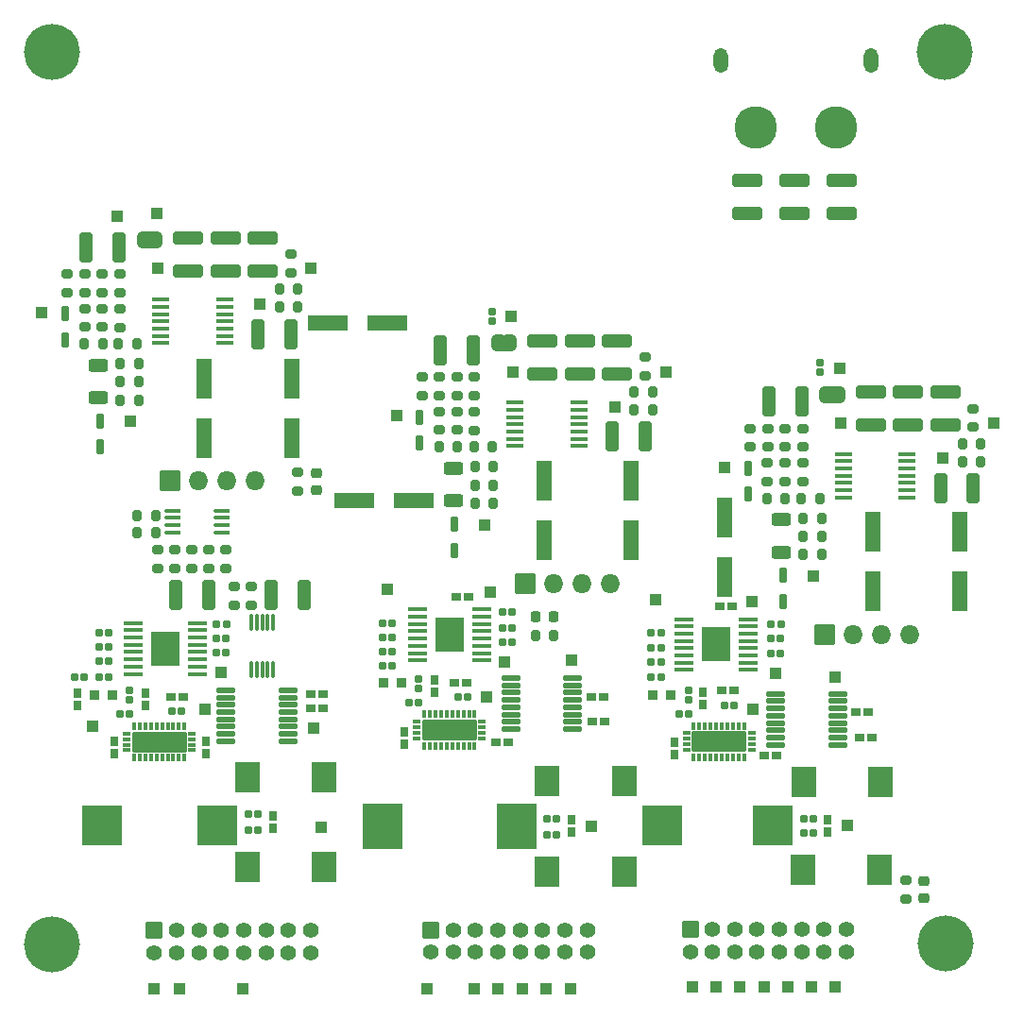
<source format=gbr>
%TF.GenerationSoftware,KiCad,Pcbnew,9.0.0*%
%TF.CreationDate,2025-06-04T13:10:21-07:00*%
%TF.ProjectId,EPS_Scales_RevD,4550535f-5363-4616-9c65-735f52657644,rev?*%
%TF.SameCoordinates,Original*%
%TF.FileFunction,Soldermask,Top*%
%TF.FilePolarity,Negative*%
%FSLAX46Y46*%
G04 Gerber Fmt 4.6, Leading zero omitted, Abs format (unit mm)*
G04 Created by KiCad (PCBNEW 9.0.0) date 2025-06-04 13:10:21*
%MOMM*%
%LPD*%
G01*
G04 APERTURE LIST*
G04 Aperture macros list*
%AMRoundRect*
0 Rectangle with rounded corners*
0 $1 Rounding radius*
0 $2 $3 $4 $5 $6 $7 $8 $9 X,Y pos of 4 corners*
0 Add a 4 corners polygon primitive as box body*
4,1,4,$2,$3,$4,$5,$6,$7,$8,$9,$2,$3,0*
0 Add four circle primitives for the rounded corners*
1,1,$1+$1,$2,$3*
1,1,$1+$1,$4,$5*
1,1,$1+$1,$6,$7*
1,1,$1+$1,$8,$9*
0 Add four rect primitives between the rounded corners*
20,1,$1+$1,$2,$3,$4,$5,0*
20,1,$1+$1,$4,$5,$6,$7,0*
20,1,$1+$1,$6,$7,$8,$9,0*
20,1,$1+$1,$8,$9,$2,$3,0*%
%AMFreePoly0*
4,1,43,0.507071,0.757071,0.510000,0.750000,0.510000,-0.750000,0.507071,-0.757071,0.500000,-0.760000,0.000000,-0.760000,-0.007071,-0.757071,-0.007630,-0.755722,-0.065263,-0.755722,-0.067851,-0.755381,-0.193930,-0.721599,-0.196342,-0.720600,-0.309381,-0.655337,-0.311452,-0.653748,-0.403748,-0.561452,-0.405337,-0.559381,-0.470600,-0.446342,-0.471599,-0.443930,-0.505381,-0.317851,-0.505722,-0.315263,
-0.505722,-0.257629,-0.507071,-0.257071,-0.510000,-0.250000,-0.510000,0.250000,-0.507071,0.257071,-0.505722,0.257629,-0.505722,0.315263,-0.505381,0.317851,-0.471599,0.443930,-0.470600,0.446342,-0.405337,0.559381,-0.403748,0.561452,-0.311452,0.653748,-0.309381,0.655337,-0.196342,0.720600,-0.193930,0.721599,-0.067851,0.755381,-0.065263,0.755722,-0.007630,0.755722,-0.007071,0.757071,
0.000000,0.760000,0.500000,0.760000,0.507071,0.757071,0.507071,0.757071,$1*%
%AMFreePoly1*
4,1,43,0.007071,0.757071,0.007630,0.755722,0.065263,0.755722,0.067851,0.755381,0.193930,0.721599,0.196342,0.720600,0.309381,0.655337,0.311452,0.653748,0.403748,0.561452,0.405337,0.559381,0.470600,0.446342,0.471599,0.443930,0.505381,0.317851,0.505722,0.315263,0.505722,0.257629,0.507071,0.257071,0.510000,0.250000,0.510000,-0.250000,0.507071,-0.257071,0.505722,-0.257629,
0.505722,-0.315263,0.505381,-0.317851,0.471599,-0.443930,0.470600,-0.446342,0.405337,-0.559381,0.403748,-0.561452,0.311452,-0.653748,0.309381,-0.655337,0.196342,-0.720600,0.193930,-0.721599,0.067851,-0.755381,0.065263,-0.755722,0.007630,-0.755722,0.007071,-0.757071,0.000000,-0.760000,-0.500000,-0.760000,-0.507071,-0.757071,-0.510000,-0.750000,-0.510000,0.750000,-0.507071,0.757071,
-0.500000,0.760000,0.000000,0.760000,0.007071,0.757071,0.007071,0.757071,$1*%
G04 Aperture macros list end*
%ADD10RoundRect,0.010000X-0.600000X1.750000X-0.600000X-1.750000X0.600000X-1.750000X0.600000X1.750000X0*%
%ADD11RoundRect,0.010000X1.750000X0.600000X-1.750000X0.600000X-1.750000X-0.600000X1.750000X-0.600000X0*%
%ADD12RoundRect,0.010000X0.600000X-1.750000X0.600000X1.750000X-0.600000X1.750000X-0.600000X-1.750000X0*%
%ADD13RoundRect,0.010000X0.285000X0.270000X-0.285000X0.270000X-0.285000X-0.270000X0.285000X-0.270000X0*%
%ADD14RoundRect,0.010000X-0.500000X-0.500000X0.500000X-0.500000X0.500000X0.500000X-0.500000X0.500000X0*%
%ADD15RoundRect,0.102000X-0.260000X0.555000X-0.260000X-0.555000X0.260000X-0.555000X0.260000X0.555000X0*%
%ADD16RoundRect,0.010000X-0.400000X0.400000X-0.400000X-0.400000X0.400000X-0.400000X0.400000X0.400000X0*%
%ADD17RoundRect,0.010000X0.270000X-0.395000X0.270000X0.395000X-0.270000X0.395000X-0.270000X-0.395000X0*%
%ADD18RoundRect,0.254444X0.630556X-0.318056X0.630556X0.318056X-0.630556X0.318056X-0.630556X-0.318056X0*%
%ADD19RoundRect,0.205000X0.205000X0.280000X-0.205000X0.280000X-0.205000X-0.280000X0.205000X-0.280000X0*%
%ADD20RoundRect,0.205000X-0.280000X0.205000X-0.280000X-0.205000X0.280000X-0.205000X0.280000X0.205000X0*%
%ADD21RoundRect,0.010000X-0.285000X-0.270000X0.285000X-0.270000X0.285000X0.270000X-0.285000X0.270000X0*%
%ADD22RoundRect,0.254347X-1.105653X0.330653X-1.105653X-0.330653X1.105653X-0.330653X1.105653X0.330653X0*%
%ADD23RoundRect,0.223750X0.223750X0.261250X-0.223750X0.261250X-0.223750X-0.261250X0.223750X-0.261250X0*%
%ADD24RoundRect,0.010000X0.500000X0.500000X-0.500000X0.500000X-0.500000X-0.500000X0.500000X-0.500000X0*%
%ADD25RoundRect,0.010000X-0.500000X0.500000X-0.500000X-0.500000X0.500000X-0.500000X0.500000X0.500000X0*%
%ADD26C,5.020000*%
%ADD27RoundRect,0.254347X-0.330653X-1.105653X0.330653X-1.105653X0.330653X1.105653X-0.330653X1.105653X0*%
%ADD28RoundRect,0.010000X0.700000X0.700000X-0.700000X0.700000X-0.700000X-0.700000X0.700000X-0.700000X0*%
%ADD29C,1.420000*%
%ADD30RoundRect,0.010000X0.500000X-0.500000X0.500000X0.500000X-0.500000X0.500000X-0.500000X-0.500000X0*%
%ADD31RoundRect,0.010000X0.395000X0.270000X-0.395000X0.270000X-0.395000X-0.270000X0.395000X-0.270000X0*%
%ADD32RoundRect,0.010000X0.850000X-0.850000X0.850000X0.850000X-0.850000X0.850000X-0.850000X-0.850000X0*%
%ADD33O,1.720000X1.720000*%
%ADD34RoundRect,0.205000X-0.205000X-0.280000X0.205000X-0.280000X0.205000X0.280000X-0.205000X0.280000X0*%
%ADD35RoundRect,0.010000X-0.395000X-0.270000X0.395000X-0.270000X0.395000X0.270000X-0.395000X0.270000X0*%
%ADD36RoundRect,0.205000X0.280000X-0.205000X0.280000X0.205000X-0.280000X0.205000X-0.280000X-0.205000X0*%
%ADD37RoundRect,0.010000X-0.270000X0.395000X-0.270000X-0.395000X0.270000X-0.395000X0.270000X0.395000X0*%
%ADD38RoundRect,0.223750X0.261250X-0.223750X0.261250X0.223750X-0.261250X0.223750X-0.261250X-0.223750X0*%
%ADD39RoundRect,0.010000X1.750000X-1.750000X1.750000X1.750000X-1.750000X1.750000X-1.750000X-1.750000X0*%
%ADD40RoundRect,0.010000X-1.750000X1.750000X-1.750000X-1.750000X1.750000X-1.750000X1.750000X1.750000X0*%
%ADD41RoundRect,0.010000X0.270000X-0.285000X0.270000X0.285000X-0.270000X0.285000X-0.270000X-0.285000X0*%
%ADD42RoundRect,0.010000X1.095000X1.295000X-1.095000X1.295000X-1.095000X-1.295000X1.095000X-1.295000X0*%
%ADD43FreePoly0,180.000000*%
%ADD44FreePoly1,180.000000*%
%ADD45RoundRect,0.010000X1.750000X-2.000000X1.750000X2.000000X-1.750000X2.000000X-1.750000X-2.000000X0*%
%ADD46O,1.770000X0.360000*%
%ADD47RoundRect,0.010000X-1.250000X-1.450000X1.250000X-1.450000X1.250000X1.450000X-1.250000X1.450000X0*%
%ADD48O,1.470000X0.400000*%
%ADD49RoundRect,0.010000X0.140000X0.290000X-0.140000X0.290000X-0.140000X-0.290000X0.140000X-0.290000X0*%
%ADD50RoundRect,0.010000X2.375000X0.850000X-2.375000X0.850000X-2.375000X-0.850000X2.375000X-0.850000X0*%
%ADD51RoundRect,0.010000X0.290000X0.140000X-0.290000X0.140000X-0.290000X-0.140000X0.290000X-0.140000X0*%
%ADD52RoundRect,0.010000X-0.780000X0.180000X-0.780000X-0.180000X0.780000X-0.180000X0.780000X0.180000X0*%
%ADD53O,0.300000X1.640000*%
%ADD54RoundRect,0.010000X-0.270000X0.285000X-0.270000X-0.285000X0.270000X-0.285000X0.270000X0.285000X0*%
%ADD55RoundRect,0.105000X-0.642500X-0.105000X0.642500X-0.105000X0.642500X0.105000X-0.642500X0.105000X0*%
%ADD56O,1.320000X2.220000*%
%ADD57C,3.820000*%
%ADD58RoundRect,0.010000X-1.750000X-1.750000X1.750000X-1.750000X1.750000X1.750000X-1.750000X1.750000X0*%
%ADD59RoundRect,0.254347X0.330653X1.105653X-0.330653X1.105653X-0.330653X-1.105653X0.330653X-1.105653X0*%
G04 APERTURE END LIST*
%TO.C,JP1*%
G36*
X230067100Y-68475400D02*
G01*
X229767100Y-68475400D01*
X229767100Y-66975400D01*
X230067100Y-66975400D01*
X230067100Y-68475400D01*
G37*
%TO.C,JP2*%
G36*
X200653900Y-63878000D02*
G01*
X200353900Y-63878000D01*
X200353900Y-62378000D01*
X200653900Y-62378000D01*
X200653900Y-63878000D01*
G37*
%TO.C,JP5*%
G36*
X168866574Y-54637400D02*
G01*
X168566574Y-54637400D01*
X168566574Y-53137400D01*
X168866574Y-53137400D01*
X168866574Y-54637400D01*
G37*
%TD*%
D10*
%TO.C,C47*%
X220255400Y-78737000D03*
X220255400Y-84077000D03*
%TD*%
%TO.C,C45*%
X233553000Y-80007000D03*
X233553000Y-85347000D03*
%TD*%
D11*
%TO.C,C43*%
X189995000Y-61341000D03*
X184655000Y-61341000D03*
%TD*%
D12*
%TO.C,C42*%
X173609000Y-71631000D03*
X173609000Y-66291000D03*
%TD*%
%TO.C,C35*%
X211836000Y-80775000D03*
X211836000Y-75435000D03*
%TD*%
%TO.C,C6*%
X204089000Y-80775000D03*
X204089000Y-75435000D03*
%TD*%
D13*
%TO.C,R103*%
X205185000Y-107188000D03*
X204325000Y-107188000D03*
%TD*%
D14*
%TO.C,TP17*%
X197781000Y-121031000D03*
%TD*%
D15*
%TO.C,D12*%
X161137674Y-60510800D03*
X161137674Y-62840800D03*
%TD*%
%TO.C,D3*%
X222338200Y-74348800D03*
X222338200Y-76678800D03*
%TD*%
D16*
%TO.C,D17*%
X165409200Y-94684200D03*
X163809200Y-94684200D03*
%TD*%
D15*
%TO.C,D10*%
X164292874Y-70112000D03*
X164292874Y-72442000D03*
%TD*%
D17*
%TO.C,C28*%
X173791200Y-99933200D03*
X173791200Y-98833200D03*
%TD*%
D18*
%TO.C,R11*%
X225346600Y-81853100D03*
X225346600Y-78928100D03*
%TD*%
D19*
%TO.C,R91*%
X182028674Y-59897800D03*
X180378674Y-59897800D03*
%TD*%
D20*
%TO.C,R93*%
X181356074Y-55161200D03*
X181356074Y-56811200D03*
%TD*%
D21*
%TO.C,R104*%
X204325000Y-105791000D03*
X205185000Y-105791000D03*
%TD*%
D14*
%TO.C,TP36*%
X165816874Y-51720200D03*
%TD*%
D22*
%TO.C,C3*%
X222293000Y-48529700D03*
X222293000Y-51479700D03*
%TD*%
D23*
%TO.C,D7*%
X204923800Y-87630000D03*
X203348800Y-87630000D03*
%TD*%
D24*
%TO.C,TP47*%
X230563700Y-65357400D03*
%TD*%
D21*
%TO.C,R58*%
X164168200Y-93033200D03*
X165028200Y-93033200D03*
%TD*%
%TO.C,R61*%
X174709200Y-90874200D03*
X175569200Y-90874200D03*
%TD*%
D25*
%TO.C,TP29*%
X230172600Y-93053000D03*
%TD*%
D26*
%TO.C,J3*%
X160012800Y-37000000D03*
%TD*%
D16*
%TO.C,D9*%
X191293000Y-93599000D03*
X189693000Y-93599000D03*
%TD*%
D27*
%TO.C,C67*%
X163015474Y-54513000D03*
X165965474Y-54513000D03*
%TD*%
D28*
%TO.C,CN1*%
X193941000Y-115729000D03*
D29*
X193941000Y-117729000D03*
X195941000Y-115729000D03*
X195941000Y-117729000D03*
X197941000Y-115729000D03*
X197941000Y-117729000D03*
X199941000Y-115729000D03*
X199941000Y-117729000D03*
X201941000Y-115729000D03*
X201941000Y-117729000D03*
X203941000Y-115729000D03*
X203941000Y-117729000D03*
X205941000Y-115729000D03*
X205941000Y-117729000D03*
X207941000Y-115729000D03*
X207941000Y-117729000D03*
%TD*%
D20*
%TO.C,R26*%
X224107000Y-73861000D03*
X224107000Y-75511000D03*
%TD*%
D30*
%TO.C,TP50*%
X183184874Y-56443400D03*
%TD*%
D22*
%TO.C,C9*%
X207301400Y-62939000D03*
X207301400Y-65889000D03*
%TD*%
D31*
%TO.C,C5*%
X220914400Y-86689800D03*
X219814400Y-86689800D03*
%TD*%
D32*
%TO.C,J8*%
X229258200Y-89255200D03*
D33*
X231798200Y-89255200D03*
X234338200Y-89255200D03*
X236878200Y-89255200D03*
%TD*%
D34*
%TO.C,R97*%
X162864874Y-63199800D03*
X164514874Y-63199800D03*
%TD*%
%TO.C,R42*%
X167632200Y-78555200D03*
X169282200Y-78555200D03*
%TD*%
D35*
%TO.C,C50*%
X208438000Y-97028000D03*
X209538000Y-97028000D03*
%TD*%
D19*
%TO.C,R92*%
X182016874Y-58290600D03*
X180366874Y-58290600D03*
%TD*%
D36*
%TO.C,R69*%
X196277800Y-70913600D03*
X196277800Y-69263600D03*
%TD*%
D13*
%TO.C,R107*%
X162869200Y-93033200D03*
X162009200Y-93033200D03*
%TD*%
D21*
%TO.C,R41*%
X164168200Y-90366200D03*
X165028200Y-90366200D03*
%TD*%
D22*
%TO.C,C66*%
X172161274Y-53698400D03*
X172161274Y-56648400D03*
%TD*%
D37*
%TO.C,C24*%
X162234200Y-94473200D03*
X162234200Y-95573200D03*
%TD*%
D22*
%TO.C,C2*%
X226543000Y-48529700D03*
X226543000Y-51479700D03*
%TD*%
D35*
%TO.C,C32*%
X183147200Y-95827200D03*
X184247200Y-95827200D03*
%TD*%
D19*
%TO.C,R12*%
X228938400Y-78815800D03*
X227288400Y-78815800D03*
%TD*%
D38*
%TO.C,D11*%
X183683174Y-76315500D03*
X183683174Y-74740500D03*
%TD*%
D39*
%TO.C,L1*%
X214656200Y-106349400D03*
D40*
X224556200Y-106349400D03*
%TD*%
D14*
%TO.C,TP21*%
X206417000Y-121031000D03*
%TD*%
D21*
%TO.C,R56*%
X227355000Y-105739800D03*
X228215000Y-105739800D03*
%TD*%
D24*
%TO.C,TP1*%
X221638200Y-120878200D03*
%TD*%
D21*
%TO.C,R50*%
X213689800Y-91744400D03*
X214549800Y-91744400D03*
%TD*%
D22*
%TO.C,C65*%
X175514074Y-53698400D03*
X175514074Y-56648400D03*
%TD*%
%TO.C,C17*%
X203948600Y-62939000D03*
X203948600Y-65889000D03*
%TD*%
D35*
%TO.C,C31*%
X183147200Y-94557200D03*
X184247200Y-94557200D03*
%TD*%
D20*
%TO.C,R20*%
X242556600Y-68999200D03*
X242556600Y-70649200D03*
%TD*%
D21*
%TO.C,R5*%
X213693400Y-93039800D03*
X214553400Y-93039800D03*
%TD*%
D24*
%TO.C,TP2*%
X223771800Y-120878200D03*
%TD*%
D13*
%TO.C,R77*%
X190453000Y-92075000D03*
X189593000Y-92075000D03*
%TD*%
D14*
%TO.C,TP37*%
X190023000Y-85217000D03*
%TD*%
D41*
%TO.C,R72*%
X199423300Y-61162800D03*
X199423300Y-60302800D03*
%TD*%
D32*
%TO.C,J7*%
X202383800Y-84709000D03*
D33*
X204923800Y-84709000D03*
X207463800Y-84709000D03*
X210003800Y-84709000D03*
%TD*%
D26*
%TO.C,J2*%
X160012800Y-117000000D03*
%TD*%
D42*
%TO.C,C53*%
X204363000Y-110490000D03*
X211243000Y-110490000D03*
%TD*%
D22*
%TO.C,C21*%
X233361800Y-67536400D03*
X233361800Y-70486400D03*
%TD*%
D20*
%TO.C,R70*%
X194693800Y-69263600D03*
X194693800Y-70913600D03*
%TD*%
D31*
%TO.C,C25*%
X171745200Y-94811200D03*
X170645200Y-94811200D03*
%TD*%
D36*
%TO.C,R9*%
X197852600Y-67826200D03*
X197852600Y-66176200D03*
%TD*%
D14*
%TO.C,TP5*%
X198766000Y-79400000D03*
%TD*%
D13*
%TO.C,R52*%
X221130200Y-95605200D03*
X220270200Y-95605200D03*
%TD*%
D36*
%TO.C,R25*%
X225691000Y-75511000D03*
X225691000Y-73861000D03*
%TD*%
%TO.C,R67*%
X197852600Y-70940800D03*
X197852600Y-69290800D03*
%TD*%
D35*
%TO.C,C15*%
X232329800Y-98446600D03*
X233429800Y-98446600D03*
%TD*%
D14*
%TO.C,TP19*%
X202099000Y-121031000D03*
%TD*%
D19*
%TO.C,R18*%
X243229200Y-73735800D03*
X241579200Y-73735800D03*
%TD*%
D42*
%TO.C,C55*%
X227291400Y-110311800D03*
X234171400Y-110311800D03*
%TD*%
D43*
%TO.C,JP1*%
X230567100Y-67725400D03*
D44*
X229267100Y-67725400D03*
%TD*%
D45*
%TO.C,L3*%
X189611000Y-106426000D03*
X201611000Y-106426000D03*
%TD*%
D13*
%TO.C,R54*%
X217026400Y-96358577D03*
X216166400Y-96358577D03*
%TD*%
D46*
%TO.C,U15*%
X216647400Y-87864200D03*
X216647400Y-88514200D03*
X216647400Y-89164200D03*
X216647400Y-89824200D03*
X216647400Y-90474200D03*
X216647400Y-91124200D03*
X216647400Y-91774200D03*
X216647400Y-92424200D03*
X222387400Y-91124200D03*
X222387400Y-91774200D03*
X222387400Y-92424200D03*
X222387400Y-90474200D03*
X222387400Y-89824200D03*
X222387400Y-89164200D03*
X222387400Y-88514200D03*
X222387400Y-87864200D03*
D47*
X219517400Y-90144200D03*
%TD*%
D42*
%TO.C,C48*%
X204363000Y-102362000D03*
X211243000Y-102362000D03*
%TD*%
D36*
%TO.C,R90*%
X182006774Y-76353000D03*
X182006774Y-74703000D03*
%TD*%
D34*
%TO.C,R21*%
X227303400Y-80441400D03*
X228953400Y-80441400D03*
%TD*%
D13*
%TO.C,R62*%
X171548000Y-96081200D03*
X170688000Y-96081200D03*
%TD*%
D31*
%TO.C,C39*%
X197135000Y-93599000D03*
X196035000Y-93599000D03*
%TD*%
D14*
%TO.C,TP32*%
X175100200Y-92652200D03*
%TD*%
D37*
%TO.C,C11*%
X215745400Y-98890600D03*
X215745400Y-99990600D03*
%TD*%
D43*
%TO.C,JP2*%
X201153900Y-63128000D03*
D44*
X199853900Y-63128000D03*
%TD*%
D43*
%TO.C,JP5*%
X169366574Y-53887400D03*
D44*
X168066574Y-53887400D03*
%TD*%
D37*
%TO.C,C14*%
X229512200Y-105850200D03*
X229512200Y-106950200D03*
%TD*%
D24*
%TO.C,TP15*%
X201150500Y-60760000D03*
%TD*%
D30*
%TO.C,TP13*%
X230669400Y-70281400D03*
%TD*%
D22*
%TO.C,C1*%
X230793000Y-48529700D03*
X230793000Y-51479700D03*
%TD*%
D34*
%TO.C,R24*%
X224065400Y-77037800D03*
X225715400Y-77037800D03*
%TD*%
D21*
%TO.C,R81*%
X200339000Y-87249000D03*
X201199000Y-87249000D03*
%TD*%
D48*
%TO.C,U9*%
X175252200Y-80097400D03*
X175252200Y-79437400D03*
X175252200Y-78787400D03*
X175252200Y-78137400D03*
X170852200Y-78137400D03*
X170852200Y-78787400D03*
X170852200Y-79437400D03*
X170852200Y-80097400D03*
%TD*%
D21*
%TO.C,R59*%
X174748200Y-88334200D03*
X175608200Y-88334200D03*
%TD*%
%TO.C,R7*%
X224435800Y-88290000D03*
X225295800Y-88290000D03*
%TD*%
D24*
%TO.C,TP44*%
X217371000Y-120878200D03*
%TD*%
D13*
%TO.C,R76*%
X190463629Y-89524323D03*
X189603629Y-89524323D03*
%TD*%
D35*
%TO.C,C13*%
X223840200Y-100101000D03*
X224940200Y-100101000D03*
%TD*%
D49*
%TO.C,U3*%
X171850200Y-97455200D03*
X171350200Y-97455200D03*
X170850200Y-97455200D03*
X170350200Y-97455200D03*
X169850200Y-97455200D03*
X169350200Y-97455200D03*
X168850200Y-97455200D03*
X168350200Y-97455200D03*
X167850200Y-97455200D03*
X167350200Y-97455200D03*
D50*
X169600200Y-98875200D03*
D51*
X166680200Y-99625200D03*
X166680200Y-99125200D03*
X166680200Y-98625200D03*
X166680200Y-98125200D03*
D49*
X169350200Y-100295200D03*
X168850200Y-100295200D03*
X168350200Y-100295200D03*
X167850200Y-100295200D03*
X167350200Y-100295200D03*
X169850200Y-100295200D03*
X170350200Y-100295200D03*
X170850200Y-100295200D03*
X171350200Y-100295200D03*
X171850200Y-100295200D03*
D51*
X172520200Y-99625200D03*
X172520200Y-99125200D03*
X172520200Y-98625200D03*
X172520200Y-98125200D03*
%TD*%
D21*
%TO.C,R82*%
X189593000Y-90805000D03*
X190453000Y-90805000D03*
%TD*%
D27*
%TO.C,C18*%
X239608400Y-76174200D03*
X242558400Y-76174200D03*
%TD*%
D22*
%TO.C,C64*%
X178859274Y-53690200D03*
X178859274Y-56640200D03*
%TD*%
D52*
%TO.C,U16*%
X201086000Y-93160000D03*
X201086000Y-93810000D03*
X201086000Y-94460000D03*
X201086000Y-95110000D03*
X201086000Y-95770000D03*
X206646000Y-96420000D03*
X201086000Y-96420000D03*
X201086000Y-97070000D03*
X201086000Y-97720000D03*
X206646000Y-97720000D03*
X206646000Y-97070000D03*
X206646000Y-95770000D03*
X206646000Y-95110000D03*
X206646000Y-93160000D03*
X206646000Y-93810000D03*
X206646000Y-94460000D03*
%TD*%
D38*
%TO.C,D2*%
X238148200Y-112902700D03*
X238148200Y-111327700D03*
%TD*%
D27*
%TO.C,C37*%
X171046200Y-85667200D03*
X173996200Y-85667200D03*
%TD*%
D14*
%TO.C,TP20*%
X204258000Y-121031000D03*
%TD*%
D36*
%TO.C,R44*%
X169473200Y-83317200D03*
X169473200Y-81667200D03*
%TD*%
D34*
%TO.C,R68*%
X194652200Y-72440400D03*
X196302200Y-72440400D03*
%TD*%
D19*
%TO.C,R85*%
X167737874Y-64977800D03*
X166087874Y-64977800D03*
%TD*%
%TO.C,R95*%
X167576000Y-63199800D03*
X165926000Y-63199800D03*
%TD*%
D21*
%TO.C,R28*%
X213691600Y-89128200D03*
X214551600Y-89128200D03*
%TD*%
D28*
%TO.C,J6*%
X217167800Y-115696600D03*
D29*
X217167800Y-117696600D03*
X219167800Y-115696600D03*
X219167800Y-117696600D03*
X221167800Y-115696600D03*
X221167800Y-117696600D03*
X223167800Y-115696600D03*
X223167800Y-117696600D03*
X225167800Y-115696600D03*
X225167800Y-117696600D03*
X227167800Y-115696600D03*
X227167800Y-117696600D03*
X229167800Y-115696600D03*
X229167800Y-117696600D03*
X231167800Y-115696600D03*
X231167800Y-117696600D03*
%TD*%
D37*
%TO.C,C4*%
X218323600Y-94411400D03*
X218323600Y-95511400D03*
%TD*%
D14*
%TO.C,TP35*%
X173664200Y-95954200D03*
%TD*%
D53*
%TO.C,U7*%
X177816000Y-92407000D03*
X178316000Y-92407000D03*
X178816000Y-92407000D03*
X179316000Y-92407000D03*
X179816000Y-92407000D03*
X179816000Y-88187000D03*
X179316000Y-88187000D03*
X178816000Y-88187000D03*
X178316000Y-88187000D03*
X177816000Y-88187000D03*
%TD*%
D35*
%TO.C,C41*%
X199760000Y-98933000D03*
X200860000Y-98933000D03*
%TD*%
D41*
%TO.C,R1*%
X228836500Y-65760200D03*
X228836500Y-64900200D03*
%TD*%
D36*
%TO.C,R34*%
X177855200Y-86619200D03*
X177855200Y-84969200D03*
%TD*%
D54*
%TO.C,R63*%
X166933200Y-94254200D03*
X166933200Y-95114200D03*
%TD*%
D42*
%TO.C,C52*%
X177463200Y-102050200D03*
X184343200Y-102050200D03*
%TD*%
D27*
%TO.C,C22*%
X224216000Y-68351000D03*
X227166000Y-68351000D03*
%TD*%
D13*
%TO.C,R55*%
X228215000Y-107060600D03*
X227355000Y-107060600D03*
%TD*%
D14*
%TO.C,TP38*%
X214107200Y-86131000D03*
%TD*%
D22*
%TO.C,C20*%
X236714600Y-67536400D03*
X236714600Y-70486400D03*
%TD*%
D55*
%TO.C,U6*%
X201492500Y-68458400D03*
X201492500Y-69108400D03*
X201492500Y-69758400D03*
X201492500Y-70408400D03*
X201492500Y-71058400D03*
X201492500Y-71708400D03*
X201492500Y-72358400D03*
X207217500Y-72358400D03*
X207217500Y-71708400D03*
X207217500Y-71058400D03*
X207217500Y-70408400D03*
X207217500Y-69758400D03*
X207217500Y-69108400D03*
X207217500Y-68458400D03*
%TD*%
D56*
%TO.C,U8*%
X219901000Y-37815000D03*
X233401000Y-37815000D03*
D57*
X223051000Y-43815000D03*
X230251000Y-43815000D03*
%TD*%
D25*
%TO.C,TP52*%
X159054874Y-60405800D03*
%TD*%
D14*
%TO.C,TP26*%
X224826000Y-92735000D03*
%TD*%
%TO.C,TP34*%
X183443200Y-97605200D03*
%TD*%
D20*
%TO.C,R14*%
X225681800Y-70765000D03*
X225681800Y-72415000D03*
%TD*%
D21*
%TO.C,R6*%
X213690635Y-90456660D03*
X214550635Y-90456660D03*
%TD*%
D14*
%TO.C,TP10*%
X228179200Y-83997400D03*
%TD*%
D15*
%TO.C,D1*%
X225493400Y-83950000D03*
X225493400Y-86280000D03*
%TD*%
D20*
%TO.C,R16*%
X222541400Y-70773600D03*
X222541400Y-72423600D03*
%TD*%
D17*
%TO.C,C26*%
X179760200Y-106622200D03*
X179760200Y-105522200D03*
%TD*%
D19*
%TO.C,R33*%
X213816000Y-69138400D03*
X212166000Y-69138400D03*
%TD*%
D27*
%TO.C,C7*%
X210195200Y-71501000D03*
X213145200Y-71501000D03*
%TD*%
D28*
%TO.C,J10*%
X169157200Y-115798200D03*
D29*
X169157200Y-117798200D03*
X171157200Y-115798200D03*
X171157200Y-117798200D03*
X173157200Y-115798200D03*
X173157200Y-117798200D03*
X175157200Y-115798200D03*
X175157200Y-117798200D03*
X177157200Y-115798200D03*
X177157200Y-117798200D03*
X179157200Y-115798200D03*
X179157200Y-117798200D03*
X181157200Y-115798200D03*
X181157200Y-117798200D03*
X183157200Y-115798200D03*
X183157200Y-117798200D03*
%TD*%
D30*
%TO.C,TP11*%
X239813400Y-73431000D03*
%TD*%
D24*
%TO.C,TP45*%
X219504600Y-120878200D03*
%TD*%
D30*
%TO.C,TP51*%
X169468874Y-56443400D03*
%TD*%
D15*
%TO.C,D6*%
X196080200Y-79352600D03*
X196080200Y-81682600D03*
%TD*%
D34*
%TO.C,R71*%
X197890200Y-77469600D03*
X199540200Y-77469600D03*
%TD*%
D24*
%TO.C,TP46*%
X230172600Y-120878200D03*
%TD*%
D36*
%TO.C,R30*%
X194703000Y-67817600D03*
X194703000Y-66167600D03*
%TD*%
D26*
%TO.C,J5*%
X240012800Y-37000000D03*
%TD*%
D19*
%TO.C,R8*%
X199525200Y-74218400D03*
X197875200Y-74218400D03*
%TD*%
D34*
%TO.C,R100*%
X166102874Y-68229000D03*
X167752874Y-68229000D03*
%TD*%
D14*
%TO.C,TP23*%
X171378200Y-120973200D03*
%TD*%
D30*
%TO.C,TP6*%
X210400200Y-68833600D03*
%TD*%
D13*
%TO.C,R101*%
X192866000Y-95377000D03*
X192006000Y-95377000D03*
%TD*%
D14*
%TO.C,TP25*%
X222743200Y-86334200D03*
%TD*%
D27*
%TO.C,C63*%
X178407874Y-62336200D03*
X181357874Y-62336200D03*
%TD*%
D35*
%TO.C,C51*%
X208354000Y-94869000D03*
X209454000Y-94869000D03*
%TD*%
D31*
%TO.C,C10*%
X221079400Y-94284400D03*
X219979400Y-94284400D03*
%TD*%
D55*
%TO.C,U4*%
X230905700Y-73055800D03*
X230905700Y-73705800D03*
X230905700Y-74355800D03*
X230905700Y-75005800D03*
X230905700Y-75655800D03*
X230905700Y-76305800D03*
X230905700Y-76955800D03*
X236630700Y-76955800D03*
X236630700Y-76305800D03*
X236630700Y-75655800D03*
X236630700Y-75005800D03*
X236630700Y-74355800D03*
X236630700Y-73705800D03*
X236630700Y-73055800D03*
%TD*%
D22*
%TO.C,C8*%
X210646600Y-62930800D03*
X210646600Y-65880800D03*
%TD*%
D19*
%TO.C,R22*%
X228790000Y-77037800D03*
X227140000Y-77037800D03*
%TD*%
D21*
%TO.C,R4*%
X224410400Y-90931600D03*
X225270400Y-90931600D03*
%TD*%
D36*
%TO.C,R86*%
X166065274Y-58585600D03*
X166065274Y-56935600D03*
%TD*%
D14*
%TO.C,TP33*%
X184078200Y-106495200D03*
%TD*%
D42*
%TO.C,C54*%
X227342200Y-102488600D03*
X234222200Y-102488600D03*
%TD*%
D32*
%TO.C,J18*%
X170596474Y-75468400D03*
D33*
X173136474Y-75468400D03*
X175676474Y-75468400D03*
X178216474Y-75468400D03*
%TD*%
D36*
%TO.C,R35*%
X176290200Y-86619200D03*
X176290200Y-84969200D03*
%TD*%
D46*
%TO.C,U17*%
X167238200Y-88213200D03*
X167238200Y-88863200D03*
X167238200Y-89513200D03*
X167238200Y-90173200D03*
X167238200Y-90823200D03*
X167238200Y-91473200D03*
X167238200Y-92123200D03*
X167238200Y-92773200D03*
X172978200Y-91473200D03*
X172978200Y-92123200D03*
X172978200Y-92773200D03*
X172978200Y-90823200D03*
X172978200Y-90173200D03*
X172978200Y-89513200D03*
X172978200Y-88863200D03*
X172978200Y-88213200D03*
D47*
X170108200Y-90493200D03*
%TD*%
D26*
%TO.C,J4*%
X240030000Y-116967000D03*
%TD*%
D20*
%TO.C,R31*%
X193128200Y-66176200D03*
X193128200Y-67826200D03*
%TD*%
D37*
%TO.C,C23*%
X168330200Y-94515200D03*
X168330200Y-95615200D03*
%TD*%
D16*
%TO.C,D4*%
X215427800Y-94640000D03*
X213827800Y-94640000D03*
%TD*%
D21*
%TO.C,R108*%
X164168200Y-91636200D03*
X165028200Y-91636200D03*
%TD*%
%TO.C,R66*%
X177601200Y-105352200D03*
X178461200Y-105352200D03*
%TD*%
D25*
%TO.C,TP27*%
X222806600Y-95935400D03*
%TD*%
D36*
%TO.C,R45*%
X175569200Y-83317200D03*
X175569200Y-81667200D03*
%TD*%
D14*
%TO.C,TP39*%
X199294000Y-85471000D03*
%TD*%
D54*
%TO.C,R83*%
X192866000Y-93247000D03*
X192866000Y-94107000D03*
%TD*%
%TO.C,R53*%
X217002800Y-94235400D03*
X217002800Y-95095400D03*
%TD*%
D13*
%TO.C,R102*%
X197262000Y-94869000D03*
X196402000Y-94869000D03*
%TD*%
D21*
%TO.C,R79*%
X200339000Y-88646000D03*
X201199000Y-88646000D03*
%TD*%
D36*
%TO.C,R46*%
X172521200Y-83317200D03*
X172521200Y-81667200D03*
%TD*%
D30*
%TO.C,TP7*%
X214972200Y-65684000D03*
%TD*%
D17*
%TO.C,C49*%
X206533000Y-106976000D03*
X206533000Y-105876000D03*
%TD*%
D25*
%TO.C,TP9*%
X190842200Y-69646400D03*
%TD*%
D52*
%TO.C,U2*%
X224852600Y-94569800D03*
X224852600Y-95219800D03*
X224852600Y-95869800D03*
X224852600Y-96519800D03*
X224852600Y-97179800D03*
X230412600Y-97829800D03*
X224852600Y-97829800D03*
X224852600Y-98479800D03*
X224852600Y-99129800D03*
X230412600Y-99129800D03*
X230412600Y-98479800D03*
X230412600Y-97179800D03*
X230412600Y-96519800D03*
X230412600Y-94569800D03*
X230412600Y-95219800D03*
X230412600Y-95869800D03*
%TD*%
D30*
%TO.C,TP8*%
X201256200Y-65684000D03*
%TD*%
D36*
%TO.C,R47*%
X170997200Y-83317200D03*
X170997200Y-81667200D03*
%TD*%
D20*
%TO.C,R87*%
X164481274Y-56927000D03*
X164481274Y-58577000D03*
%TD*%
D37*
%TO.C,C40*%
X191547000Y-98002000D03*
X191547000Y-99102000D03*
%TD*%
D14*
%TO.C,TP48*%
X166978674Y-70159400D03*
%TD*%
D42*
%TO.C,C56*%
X177474200Y-110051200D03*
X184354200Y-110051200D03*
%TD*%
D14*
%TO.C,TP31*%
X163631200Y-97478200D03*
%TD*%
D20*
%TO.C,R39*%
X213143400Y-64401800D03*
X213143400Y-66051800D03*
%TD*%
D58*
%TO.C,L2*%
X164420200Y-106368200D03*
X174780200Y-106368200D03*
%TD*%
D20*
%TO.C,R29*%
X196268600Y-66167600D03*
X196268600Y-67817600D03*
%TD*%
D22*
%TO.C,C19*%
X240059800Y-67528200D03*
X240059800Y-70478200D03*
%TD*%
D30*
%TO.C,TP12*%
X244385400Y-70281400D03*
%TD*%
D14*
%TO.C,TP22*%
X169092200Y-120973200D03*
%TD*%
D21*
%TO.C,R3*%
X224408600Y-89636200D03*
X225268600Y-89636200D03*
%TD*%
D34*
%TO.C,R27*%
X227303400Y-82067000D03*
X228953400Y-82067000D03*
%TD*%
D49*
%TO.C,U1*%
X222001955Y-97432710D03*
X221501955Y-97432710D03*
X221001955Y-97432710D03*
X220501955Y-97432710D03*
X220001955Y-97432710D03*
X219501955Y-97432710D03*
X219001955Y-97432710D03*
X218501955Y-97432710D03*
X218001955Y-97432710D03*
X217501955Y-97432710D03*
D50*
X219751955Y-98852710D03*
D51*
X216831955Y-99602710D03*
X216831955Y-99102710D03*
X216831955Y-98602710D03*
X216831955Y-98102710D03*
D49*
X219501955Y-100272710D03*
X219001955Y-100272710D03*
X218501955Y-100272710D03*
X218001955Y-100272710D03*
X217501955Y-100272710D03*
X220001955Y-100272710D03*
X220501955Y-100272710D03*
X221001955Y-100272710D03*
X221501955Y-100272710D03*
X222001955Y-100272710D03*
D51*
X222671955Y-99602710D03*
X222671955Y-99102710D03*
X222671955Y-98602710D03*
X222671955Y-98102710D03*
%TD*%
D24*
%TO.C,TP53*%
X169363174Y-51519400D03*
%TD*%
D25*
%TO.C,TP14*%
X220255400Y-74243800D03*
%TD*%
D36*
%TO.C,R48*%
X174045200Y-83317200D03*
X174045200Y-81667200D03*
%TD*%
D14*
%TO.C,TP24*%
X177093200Y-120973200D03*
%TD*%
D55*
%TO.C,U14*%
X169705174Y-59217800D03*
X169705174Y-59867800D03*
X169705174Y-60517800D03*
X169705174Y-61167800D03*
X169705174Y-61817800D03*
X169705174Y-62467800D03*
X169705174Y-63117800D03*
X175430174Y-63117800D03*
X175430174Y-62467800D03*
X175430174Y-61817800D03*
X175430174Y-61167800D03*
X175430174Y-60517800D03*
X175430174Y-59867800D03*
X175430174Y-59217800D03*
%TD*%
D21*
%TO.C,R60*%
X174719200Y-89604200D03*
X175579200Y-89604200D03*
%TD*%
D46*
%TO.C,U12*%
X192741000Y-87001000D03*
X192741000Y-87651000D03*
X192741000Y-88301000D03*
X192741000Y-88961000D03*
X192741000Y-89611000D03*
X192741000Y-90261000D03*
X192741000Y-90911000D03*
X192741000Y-91561000D03*
X198481000Y-90261000D03*
X198481000Y-90911000D03*
X198481000Y-91561000D03*
X198481000Y-89611000D03*
X198481000Y-88961000D03*
X198481000Y-88301000D03*
X198481000Y-87651000D03*
X198481000Y-87001000D03*
D47*
X195611000Y-89281000D03*
%TD*%
D36*
%TO.C,R96*%
X166065274Y-61700200D03*
X166065274Y-60050200D03*
%TD*%
D19*
%TO.C,R32*%
X204961300Y-89306400D03*
X203311300Y-89306400D03*
%TD*%
D35*
%TO.C,C16*%
X232041600Y-96160600D03*
X233141600Y-96160600D03*
%TD*%
D21*
%TO.C,R80*%
X200339000Y-89916000D03*
X201199000Y-89916000D03*
%TD*%
D34*
%TO.C,R94*%
X166102874Y-66603400D03*
X167752874Y-66603400D03*
%TD*%
D20*
%TO.C,R99*%
X162906474Y-60023000D03*
X162906474Y-61673000D03*
%TD*%
D13*
%TO.C,R65*%
X178461200Y-106749200D03*
X177601200Y-106749200D03*
%TD*%
D34*
%TO.C,R49*%
X197890200Y-75844000D03*
X199540200Y-75844000D03*
%TD*%
D14*
%TO.C,TP16*%
X193590000Y-121031000D03*
%TD*%
D36*
%TO.C,R13*%
X227265800Y-72423600D03*
X227265800Y-70773600D03*
%TD*%
%TO.C,R23*%
X227265800Y-75538200D03*
X227265800Y-73888200D03*
%TD*%
D15*
%TO.C,D8*%
X192925000Y-69751400D03*
X192925000Y-72081400D03*
%TD*%
D36*
%TO.C,R88*%
X162915674Y-58577000D03*
X162915674Y-56927000D03*
%TD*%
%TO.C,R98*%
X164490474Y-61673000D03*
X164490474Y-60023000D03*
%TD*%
D19*
%TO.C,R51*%
X199451800Y-72440400D03*
X197801800Y-72440400D03*
%TD*%
D20*
%TO.C,R89*%
X161340874Y-56935600D03*
X161340874Y-58585600D03*
%TD*%
D14*
%TO.C,TP18*%
X199940000Y-121031000D03*
%TD*%
D30*
%TO.C,TP49*%
X178612874Y-59593000D03*
%TD*%
D18*
%TO.C,R84*%
X164146074Y-68015100D03*
X164146074Y-65090100D03*
%TD*%
D27*
%TO.C,C33*%
X194802800Y-63753600D03*
X197752800Y-63753600D03*
%TD*%
D13*
%TO.C,R75*%
X190468866Y-88245353D03*
X189608866Y-88245353D03*
%TD*%
%TO.C,R64*%
X166957400Y-96394200D03*
X166097400Y-96394200D03*
%TD*%
D14*
%TO.C,TP40*%
X200564000Y-91694000D03*
%TD*%
D24*
%TO.C,TP3*%
X225905400Y-120878200D03*
%TD*%
D34*
%TO.C,R43*%
X167632200Y-80079200D03*
X169282200Y-80079200D03*
%TD*%
D21*
%TO.C,R57*%
X164168200Y-89096200D03*
X165028200Y-89096200D03*
%TD*%
D37*
%TO.C,C27*%
X165536200Y-98791200D03*
X165536200Y-99891200D03*
%TD*%
D24*
%TO.C,TP4*%
X228039000Y-120878200D03*
%TD*%
D52*
%TO.C,U5*%
X175583200Y-94245200D03*
X175583200Y-94895200D03*
X175583200Y-95545200D03*
X175583200Y-96195200D03*
X175583200Y-96855200D03*
X181143200Y-97505200D03*
X175583200Y-97505200D03*
X175583200Y-98155200D03*
X175583200Y-98805200D03*
X181143200Y-98805200D03*
X181143200Y-98155200D03*
X181143200Y-96855200D03*
X181143200Y-96195200D03*
X181143200Y-94245200D03*
X181143200Y-94895200D03*
X181143200Y-95545200D03*
%TD*%
D19*
%TO.C,R19*%
X243217400Y-72128600D03*
X241567400Y-72128600D03*
%TD*%
D36*
%TO.C,R15*%
X224116200Y-72415000D03*
X224116200Y-70765000D03*
%TD*%
D14*
%TO.C,TP42*%
X208311000Y-106426000D03*
%TD*%
D36*
%TO.C,R17*%
X236497200Y-112940200D03*
X236497200Y-111290200D03*
%TD*%
D31*
%TO.C,C38*%
X197346000Y-85852000D03*
X196246000Y-85852000D03*
%TD*%
D37*
%TO.C,C36*%
X194263000Y-93303000D03*
X194263000Y-94403000D03*
%TD*%
D59*
%TO.C,C29*%
X182554200Y-85667200D03*
X179604200Y-85667200D03*
%TD*%
D19*
%TO.C,R38*%
X213804200Y-67531200D03*
X212154200Y-67531200D03*
%TD*%
D14*
%TO.C,TP41*%
X198913000Y-94869000D03*
%TD*%
D30*
%TO.C,TP28*%
X231239400Y-106400200D03*
%TD*%
D14*
%TO.C,TP43*%
X206533000Y-91567000D03*
%TD*%
D18*
%TO.C,R2*%
X195933400Y-77255700D03*
X195933400Y-74330700D03*
%TD*%
D49*
%TO.C,U13*%
X197861000Y-96370000D03*
X197361000Y-96370000D03*
X196861000Y-96370000D03*
X196361000Y-96370000D03*
X195861000Y-96370000D03*
X195361000Y-96370000D03*
X194861000Y-96370000D03*
X194361000Y-96370000D03*
X193861000Y-96370000D03*
X193361000Y-96370000D03*
D50*
X195611000Y-97790000D03*
D51*
X192691000Y-98540000D03*
X192691000Y-98040000D03*
X192691000Y-97540000D03*
X192691000Y-97040000D03*
D49*
X195361000Y-99210000D03*
X194861000Y-99210000D03*
X194361000Y-99210000D03*
X193861000Y-99210000D03*
X193361000Y-99210000D03*
X195861000Y-99210000D03*
X196361000Y-99210000D03*
X196861000Y-99210000D03*
X197361000Y-99210000D03*
X197861000Y-99210000D03*
D51*
X198531000Y-98540000D03*
X198531000Y-98040000D03*
X198531000Y-97540000D03*
X198531000Y-97040000D03*
%TD*%
D11*
%TO.C,C34*%
X192411000Y-77216000D03*
X187071000Y-77216000D03*
%TD*%
D10*
%TO.C,C46*%
X241300000Y-80007000D03*
X241300000Y-85347000D03*
%TD*%
D12*
%TO.C,C44*%
X181483000Y-71634000D03*
X181483000Y-66294000D03*
%TD*%
M02*

</source>
